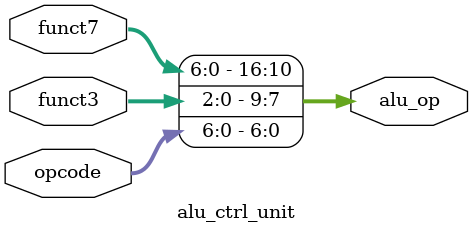
<source format=v>
module alu_ctrl_unit(
    input [6:0] funct7,
    input [2:0] funct3,
    input [6:0] opcode,
    output reg [16:0] alu_op
);
    always @(*) begin
        alu_op = {funct7, funct3, opcode};
    end
endmodule

</source>
